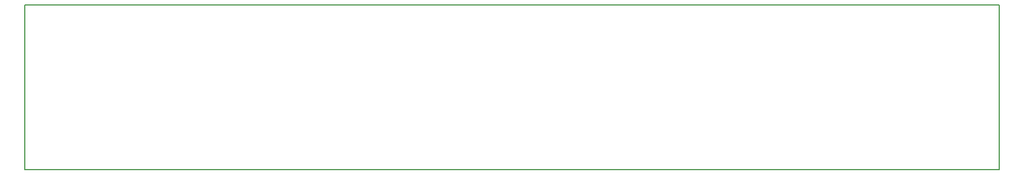
<source format=gbr>
G04 #@! TF.FileFunction,Profile,NP*
%FSLAX46Y46*%
G04 Gerber Fmt 4.6, Leading zero omitted, Abs format (unit mm)*
G04 Created by KiCad (PCBNEW 4.0.7) date 01/20/18 15:01:13*
%MOMM*%
%LPD*%
G01*
G04 APERTURE LIST*
%ADD10C,0.100000*%
%ADD11C,0.150000*%
G04 APERTURE END LIST*
D10*
D11*
X213995000Y-60960000D02*
X177800000Y-60960000D01*
X213995000Y-35560000D02*
X213995000Y-60960000D01*
X177800000Y-35560000D02*
X213995000Y-35560000D01*
X177800000Y-60960000D02*
X64135000Y-60960000D01*
X177800000Y-35560000D02*
X64135000Y-35560000D01*
X64135000Y-35560000D02*
X64135000Y-60960000D01*
M02*

</source>
